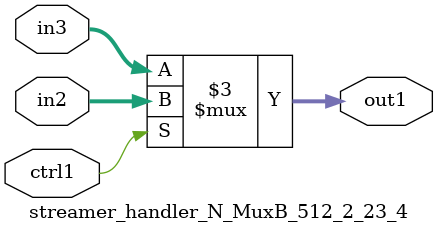
<source format=v>

`timescale 1ps / 1ps


module streamer_handler_N_MuxB_512_2_23_4( in3, in2, ctrl1, out1 );

    input [511:0] in3;
    input [511:0] in2;
    input ctrl1;
    output [511:0] out1;
    reg [511:0] out1;

    
    // rtl_process:streamer_handler_N_MuxB_512_2_23_4/streamer_handler_N_MuxB_512_2_23_4_thread_1
    always @*
      begin : streamer_handler_N_MuxB_512_2_23_4_thread_1
        case (ctrl1) 
          1'b1: 
            begin
              out1 = in2;
            end
          default: 
            begin
              out1 = in3;
            end
        endcase
      end

endmodule



</source>
